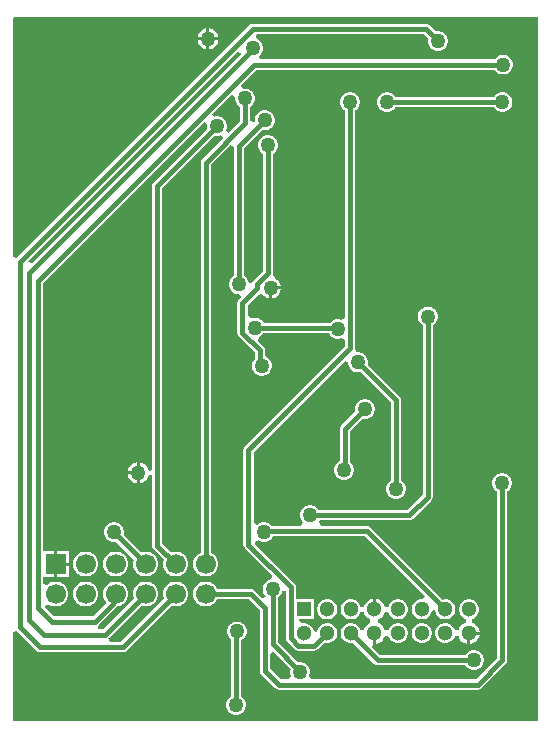
<source format=gbr>
G04*
G04 #@! TF.GenerationSoftware,Altium Limited,Altium Designer,25.4.2 (15)*
G04*
G04 Layer_Physical_Order=2*
G04 Layer_Color=16711680*
%FSLAX44Y44*%
%MOMM*%
G71*
G04*
G04 #@! TF.SameCoordinates,7F9F24B7-B9C1-45AF-9387-6EDD806BED2B*
G04*
G04*
G04 #@! TF.FilePolarity,Positive*
G04*
G01*
G75*
%ADD42C,0.4500*%
%ADD43C,1.3000*%
%ADD44R,1.3000X1.3000*%
%ADD45R,1.7000X1.7000*%
%ADD46C,1.7000*%
%ADD47C,1.2700*%
G36*
X521000Y56000D02*
X77000D01*
Y131745D01*
X79940Y132662D01*
X80000Y132662D01*
X96776Y115886D01*
X98182Y114947D01*
X99840Y114617D01*
X169750D01*
X171408Y114947D01*
X172814Y115886D01*
X210890Y153962D01*
X213248Y153330D01*
X216012D01*
X218683Y154046D01*
X221077Y155428D01*
X223032Y157383D01*
X224414Y159777D01*
X225130Y162448D01*
Y165212D01*
X224414Y167883D01*
X223032Y170277D01*
X221077Y172232D01*
X218683Y173614D01*
X216012Y174330D01*
X213248D01*
X210577Y173614D01*
X208183Y172232D01*
X206228Y170277D01*
X204846Y167883D01*
X204130Y165212D01*
Y162448D01*
X204762Y160090D01*
X167955Y123283D01*
X158631D01*
X157721Y126283D01*
X157994Y126466D01*
X185490Y153962D01*
X187848Y153330D01*
X190612D01*
X193283Y154046D01*
X195677Y155428D01*
X197632Y157383D01*
X199014Y159777D01*
X199730Y162448D01*
Y165212D01*
X199014Y167883D01*
X197632Y170277D01*
X195677Y172232D01*
X193283Y173614D01*
X190612Y174330D01*
X187848D01*
X185177Y173614D01*
X182783Y172232D01*
X180828Y170277D01*
X179446Y167883D01*
X178730Y165212D01*
Y162448D01*
X179362Y160090D01*
X153135Y133863D01*
X149156D01*
X149141Y133900D01*
X148657Y136863D01*
X149484Y137416D01*
X164502Y152434D01*
X165101Y153330D01*
X165212D01*
X167883Y154046D01*
X170277Y155428D01*
X172232Y157383D01*
X173614Y159777D01*
X174330Y162448D01*
Y165212D01*
X173614Y167883D01*
X172232Y170277D01*
X170277Y172232D01*
X167883Y173614D01*
X165212Y174330D01*
X162448D01*
X159777Y173614D01*
X157383Y172232D01*
X155428Y170277D01*
X154046Y167883D01*
X153330Y165212D01*
Y162448D01*
X154046Y159777D01*
X155428Y157383D01*
X156311Y156500D01*
X144625Y144813D01*
X111835D01*
X103910Y152738D01*
X104104Y153664D01*
X104865Y154205D01*
X107437Y154935D01*
X108977Y154045D01*
X111648Y153330D01*
X114412D01*
X117083Y154045D01*
X119477Y155428D01*
X121432Y157383D01*
X122814Y159777D01*
X123530Y162448D01*
Y165212D01*
X122814Y167883D01*
X121432Y170277D01*
X119477Y172232D01*
X117083Y173614D01*
X114412Y174330D01*
X111648D01*
X108977Y173614D01*
X106583Y172232D01*
X105453Y171102D01*
X102453Y172269D01*
Y178190D01*
X111760D01*
Y189230D01*
Y200270D01*
X102453D01*
Y427475D01*
X238709Y563731D01*
X241399Y562178D01*
X241080Y560989D01*
Y558791D01*
X241317Y557905D01*
X195936Y512524D01*
X194997Y511118D01*
X194667Y509460D01*
Y268435D01*
X191667Y268040D01*
X191178Y269864D01*
X190008Y271891D01*
X188353Y273546D01*
X186325Y274716D01*
X184164Y275296D01*
Y266432D01*
Y257569D01*
X186325Y258148D01*
X188353Y259319D01*
X190008Y260974D01*
X191178Y263001D01*
X191667Y264824D01*
X194667Y264429D01*
Y204860D01*
X194997Y203202D01*
X195936Y201796D01*
X204762Y192970D01*
X204130Y190612D01*
Y187848D01*
X204846Y185177D01*
X206228Y182783D01*
X208183Y180828D01*
X210577Y179445D01*
X213248Y178730D01*
X216012D01*
X218683Y179445D01*
X221077Y180828D01*
X223032Y182783D01*
X224414Y185177D01*
X225130Y187848D01*
Y190612D01*
X224414Y193283D01*
X223032Y195677D01*
X221077Y197632D01*
X218683Y199014D01*
X216012Y199730D01*
X213248D01*
X210890Y199098D01*
X203333Y206655D01*
Y507665D01*
X247445Y551777D01*
X248331Y551540D01*
X250529D01*
X252653Y552109D01*
X252902Y552253D01*
X254744Y549852D01*
X236966Y532074D01*
X236027Y530668D01*
X235697Y529010D01*
Y198853D01*
X233583Y197632D01*
X231628Y195677D01*
X230246Y193283D01*
X229530Y190612D01*
Y187848D01*
X230246Y185177D01*
X231628Y182783D01*
X233583Y180828D01*
X235977Y179446D01*
X238648Y178730D01*
X241412D01*
X244083Y179446D01*
X246477Y180828D01*
X248432Y182783D01*
X249814Y185177D01*
X250530Y187848D01*
Y190612D01*
X249814Y193283D01*
X248432Y195677D01*
X246477Y197632D01*
X244363Y198853D01*
Y527215D01*
X260749Y543601D01*
X262192Y543250D01*
X263667Y542276D01*
Y433140D01*
X262873Y432682D01*
X261318Y431127D01*
X260219Y429223D01*
X259650Y427099D01*
Y424901D01*
X260219Y422777D01*
X261318Y420873D01*
X262873Y419318D01*
X264777Y418219D01*
X266901Y417650D01*
X268270D01*
X269519Y415447D01*
X269645Y414783D01*
X268086Y413223D01*
X267147Y411818D01*
X266817Y410159D01*
Y385069D01*
X267147Y383411D01*
X268086Y382005D01*
X281616Y368475D01*
Y363145D01*
X280768Y362297D01*
X279669Y360393D01*
X279100Y358269D01*
Y356071D01*
X279669Y353947D01*
X280768Y352043D01*
X282323Y350488D01*
X284227Y349389D01*
X286351Y348820D01*
X288549D01*
X290673Y349389D01*
X292577Y350488D01*
X294132Y352043D01*
X295231Y353947D01*
X295800Y356071D01*
Y358269D01*
X295231Y360393D01*
X294132Y362297D01*
X292577Y363852D01*
X290673Y364951D01*
X290283Y365056D01*
Y370270D01*
X289953Y371928D01*
X289014Y373334D01*
X284028Y378320D01*
X284924Y381666D01*
X284973Y381679D01*
X286877Y382778D01*
X288432Y384333D01*
X288567Y384567D01*
X344237D01*
X345018Y383213D01*
X346573Y381658D01*
X348477Y380559D01*
X350601Y379990D01*
X352799D01*
X354923Y380559D01*
X354967Y380584D01*
X357967Y378852D01*
Y373882D01*
X273146Y289061D01*
X272207Y287655D01*
X271877Y285997D01*
Y205759D01*
X272207Y204101D01*
X273146Y202695D01*
X296231Y179610D01*
X295868Y177935D01*
X295114Y176485D01*
X293457Y176041D01*
X291553Y174942D01*
X289998Y173387D01*
X288899Y171483D01*
X288330Y169359D01*
Y167161D01*
X288899Y165037D01*
X289998Y163133D01*
X290882Y162249D01*
X290839Y161440D01*
X287801Y160275D01*
X287751Y160285D01*
X281142Y166894D01*
X279736Y167833D01*
X278078Y168163D01*
X249653D01*
X248432Y170277D01*
X246477Y172232D01*
X244083Y173614D01*
X241412Y174330D01*
X238648D01*
X235977Y173614D01*
X233583Y172232D01*
X231628Y170277D01*
X230246Y167883D01*
X229530Y165212D01*
Y162448D01*
X230246Y159777D01*
X231628Y157383D01*
X233583Y155428D01*
X235977Y154046D01*
X238648Y153330D01*
X241412D01*
X244083Y154046D01*
X246477Y155428D01*
X248432Y157383D01*
X249653Y159497D01*
X276283D01*
X285847Y149933D01*
Y98710D01*
X286177Y97052D01*
X287116Y95646D01*
X298656Y84106D01*
X300062Y83167D01*
X301720Y82837D01*
X470350D01*
X472008Y83167D01*
X473414Y84106D01*
X494004Y104696D01*
X494943Y106102D01*
X495273Y107760D01*
Y250660D01*
X496067Y251118D01*
X497622Y252673D01*
X498721Y254577D01*
X499290Y256701D01*
Y258899D01*
X498721Y261023D01*
X497622Y262927D01*
X496067Y264482D01*
X494163Y265581D01*
X492039Y266150D01*
X489841D01*
X487717Y265581D01*
X485813Y264482D01*
X484258Y262927D01*
X483159Y261023D01*
X482590Y258899D01*
Y256701D01*
X483159Y254577D01*
X484258Y252673D01*
X485813Y251118D01*
X486607Y250660D01*
Y109555D01*
X468555Y91503D01*
X329355D01*
X327623Y94503D01*
X327781Y94777D01*
X328350Y96901D01*
Y99099D01*
X327781Y101223D01*
X326682Y103127D01*
X325127Y104682D01*
X323223Y105781D01*
X321099Y106350D01*
X318901D01*
X318015Y106113D01*
X301013Y123115D01*
Y161120D01*
X301807Y161578D01*
X303362Y163133D01*
X304461Y165037D01*
X304827Y166402D01*
X307827Y166007D01*
Y126357D01*
X308157Y124699D01*
X309096Y123293D01*
X315393Y116996D01*
X316799Y116057D01*
X318457Y115727D01*
X332160D01*
X333818Y116057D01*
X335224Y116996D01*
X340803Y122575D01*
X341791Y122310D01*
X344029D01*
X346191Y122889D01*
X348129Y124008D01*
X349712Y125591D01*
X350831Y127529D01*
X351410Y129691D01*
Y131929D01*
X350831Y134091D01*
X349712Y136029D01*
X348129Y137612D01*
X346191Y138731D01*
X344029Y139310D01*
X341791D01*
X339629Y138731D01*
X337691Y137612D01*
X336108Y136029D01*
X334989Y134091D01*
X334410Y131929D01*
Y131407D01*
X334410Y131407D01*
X333567Y131554D01*
X331131Y132972D01*
X330831Y134091D01*
X329712Y136029D01*
X328129Y137612D01*
X326191Y138731D01*
X324029Y139310D01*
X321791D01*
X321434Y139214D01*
X318985Y141664D01*
X319158Y142310D01*
X331410D01*
Y159310D01*
X316493D01*
Y169809D01*
X316163Y171468D01*
X315224Y172873D01*
X281634Y206464D01*
X281848Y207931D01*
X282416Y208426D01*
X285087Y209346D01*
X286017Y208809D01*
X288141Y208240D01*
X290339D01*
X292463Y208809D01*
X294367Y209908D01*
X295922Y211463D01*
X296888Y213137D01*
X374455D01*
X425596Y161996D01*
X424043Y159306D01*
X424029Y159310D01*
X421791D01*
X419629Y158731D01*
X417691Y157612D01*
X416108Y156029D01*
X414989Y154091D01*
X414410Y151929D01*
Y149691D01*
X414989Y147529D01*
X416108Y145591D01*
X417691Y144008D01*
X419629Y142889D01*
X421791Y142310D01*
X424029D01*
X426191Y142889D01*
X428129Y144008D01*
X429712Y145591D01*
X430831Y147529D01*
X431131Y148648D01*
X433567Y150066D01*
X434410Y150213D01*
X434410Y150213D01*
Y149691D01*
X434989Y147529D01*
X436108Y145591D01*
X437691Y144008D01*
X439629Y142889D01*
X441791Y142310D01*
X444029D01*
X446191Y142889D01*
X448129Y144008D01*
X449712Y145591D01*
X450831Y147529D01*
X451410Y149691D01*
Y151929D01*
X450831Y154091D01*
X449712Y156029D01*
X448129Y157612D01*
X446191Y158731D01*
X444029Y159310D01*
X441791D01*
X440803Y159045D01*
X379314Y220534D01*
X377908Y221473D01*
X376250Y221803D01*
X337634D01*
X336063Y224803D01*
X337028Y226197D01*
X412530D01*
X414188Y226527D01*
X415594Y227466D01*
X431054Y242926D01*
X431993Y244332D01*
X432323Y245990D01*
Y391640D01*
X433117Y392098D01*
X434672Y393653D01*
X435771Y395557D01*
X436340Y397681D01*
Y399879D01*
X435771Y402003D01*
X434672Y403907D01*
X433117Y405462D01*
X431213Y406561D01*
X429089Y407130D01*
X426891D01*
X424767Y406561D01*
X422863Y405462D01*
X421308Y403907D01*
X420209Y402003D01*
X419640Y399879D01*
Y397681D01*
X420209Y395557D01*
X421308Y393653D01*
X422863Y392098D01*
X423657Y391640D01*
Y247785D01*
X410735Y234863D01*
X335560D01*
X335102Y235657D01*
X333547Y237212D01*
X331643Y238311D01*
X329519Y238880D01*
X327321D01*
X325197Y238311D01*
X323293Y237212D01*
X321738Y235657D01*
X320639Y233753D01*
X320070Y231629D01*
Y229431D01*
X320639Y227307D01*
X321738Y225403D01*
X322338Y224803D01*
X321095Y221803D01*
X295835D01*
X294367Y223272D01*
X292463Y224371D01*
X290339Y224940D01*
X288141D01*
X286017Y224371D01*
X284113Y223272D01*
X283543Y222702D01*
X280543Y223944D01*
Y284202D01*
X357798Y361456D01*
X360650Y360066D01*
Y358901D01*
X361219Y356777D01*
X362318Y354873D01*
X363873Y353318D01*
X365777Y352219D01*
X367901Y351650D01*
X370099D01*
X370985Y351887D01*
X396667Y326205D01*
Y260140D01*
X395873Y259682D01*
X394318Y258127D01*
X393219Y256223D01*
X392650Y254099D01*
Y251901D01*
X393219Y249777D01*
X394318Y247873D01*
X395873Y246318D01*
X397777Y245219D01*
X399901Y244650D01*
X402099D01*
X404223Y245219D01*
X406127Y246318D01*
X407682Y247873D01*
X408781Y249777D01*
X409350Y251901D01*
Y254099D01*
X408781Y256223D01*
X407682Y258127D01*
X406127Y259682D01*
X405333Y260140D01*
Y328000D01*
X405003Y329658D01*
X404064Y331064D01*
X377113Y358015D01*
X377350Y358901D01*
Y361099D01*
X376781Y363223D01*
X375682Y365127D01*
X374127Y366682D01*
X372223Y367781D01*
X370099Y368350D01*
X368523D01*
X367429Y369374D01*
X367167Y369702D01*
X366429Y371062D01*
X366633Y372087D01*
Y573240D01*
X367427Y573698D01*
X368982Y575253D01*
X370081Y577157D01*
X370650Y579281D01*
Y581479D01*
X370081Y583603D01*
X368982Y585507D01*
X367427Y587062D01*
X365523Y588161D01*
X363399Y588730D01*
X361201D01*
X359077Y588161D01*
X357173Y587062D01*
X355618Y585507D01*
X354519Y583603D01*
X353950Y581479D01*
Y579281D01*
X354519Y577157D01*
X355618Y575253D01*
X357173Y573698D01*
X357967Y573240D01*
Y397828D01*
X354967Y396096D01*
X354923Y396121D01*
X352799Y396690D01*
X350601D01*
X348477Y396121D01*
X346573Y395022D01*
X345018Y393467D01*
X344883Y393233D01*
X289213D01*
X288432Y394587D01*
X286877Y396142D01*
X284973Y397241D01*
X282849Y397810D01*
X280651D01*
X278527Y397241D01*
X278483Y397216D01*
X275483Y398948D01*
Y408364D01*
X284509Y417391D01*
X287886Y417541D01*
X288194Y417234D01*
X289541Y415886D01*
X291569Y414716D01*
X293730Y414137D01*
Y423000D01*
X295000D01*
Y424270D01*
X303863D01*
X303284Y426431D01*
X302114Y428459D01*
X300459Y430114D01*
X298444Y431277D01*
X298431Y431284D01*
X296623Y433952D01*
X296953Y435611D01*
Y536680D01*
X297747Y537138D01*
X299302Y538693D01*
X300401Y540597D01*
X300970Y542721D01*
Y544920D01*
X300401Y547043D01*
X299302Y548947D01*
X297747Y550502D01*
X295843Y551601D01*
X293719Y552170D01*
X291521D01*
X289397Y551601D01*
X287493Y550502D01*
X285938Y548947D01*
X284839Y547043D01*
X284270Y544920D01*
Y542721D01*
X284839Y540597D01*
X285938Y538693D01*
X287493Y537138D01*
X288287Y536680D01*
Y437406D01*
X280536Y429655D01*
X279597Y428249D01*
X279350Y427009D01*
X276350Y427099D01*
X275781Y429223D01*
X274682Y431127D01*
X273127Y432682D01*
X272333Y433140D01*
Y541095D01*
X288005Y556767D01*
X288891Y556530D01*
X291089D01*
X293213Y557099D01*
X295117Y558198D01*
X296672Y559753D01*
X297771Y561657D01*
X298340Y563781D01*
Y565979D01*
X297771Y568103D01*
X296672Y570007D01*
X295117Y571562D01*
X293213Y572661D01*
X291089Y573230D01*
X288891D01*
X286767Y572661D01*
X284863Y571562D01*
X283308Y570007D01*
X282209Y568103D01*
X281640Y565979D01*
Y564327D01*
X280703Y563325D01*
X278157Y564125D01*
X278106Y564165D01*
X277703Y564657D01*
Y576300D01*
X278497Y576758D01*
X280052Y578313D01*
X281151Y580217D01*
X281720Y582341D01*
Y584539D01*
X281151Y586663D01*
X280052Y588567D01*
X278497Y590122D01*
X276593Y591221D01*
X274469Y591790D01*
X272271D01*
X269897Y594260D01*
X269803Y594825D01*
X282734Y607756D01*
X484598D01*
X485056Y606962D01*
X486611Y605407D01*
X488515Y604308D01*
X490639Y603739D01*
X492837D01*
X494961Y604308D01*
X496865Y605407D01*
X498419Y606962D01*
X499519Y608866D01*
X500088Y610990D01*
Y613188D01*
X499519Y615312D01*
X498419Y617216D01*
X496865Y618771D01*
X494961Y619870D01*
X492837Y620439D01*
X490639D01*
X488515Y619870D01*
X486611Y618771D01*
X485056Y617216D01*
X484598Y616422D01*
X286434D01*
X285568Y618514D01*
X285481Y619422D01*
X286832Y620773D01*
X287931Y622677D01*
X288500Y624801D01*
Y626999D01*
X287931Y629123D01*
X286832Y631027D01*
X285277Y632582D01*
X284012Y633312D01*
X283048Y635628D01*
X282841Y636873D01*
X283316Y637651D01*
X283909Y638007D01*
X424605D01*
X428557Y634055D01*
X428320Y633169D01*
Y630971D01*
X428889Y628847D01*
X429988Y626943D01*
X431543Y625388D01*
X433447Y624289D01*
X435571Y623720D01*
X437769D01*
X439893Y624289D01*
X441797Y625388D01*
X443352Y626943D01*
X444451Y628847D01*
X445020Y630971D01*
Y633169D01*
X444451Y635293D01*
X443352Y637197D01*
X441797Y638752D01*
X439893Y639851D01*
X437769Y640420D01*
X435571D01*
X434685Y640183D01*
X429464Y645404D01*
X428058Y646343D01*
X426400Y646673D01*
X280180D01*
X278522Y646343D01*
X277116Y645404D01*
X80000Y448288D01*
X79940Y448288D01*
X77000Y449205D01*
Y651000D01*
X78000Y652000D01*
X521000D01*
Y56000D01*
D02*
G37*
G36*
X262550Y586913D02*
X265020Y584539D01*
Y582341D01*
X265589Y580217D01*
X266688Y578313D01*
X268243Y576758D01*
X269037Y576300D01*
Y564145D01*
X259468Y554576D01*
X257067Y556418D01*
X257211Y556667D01*
X257780Y558791D01*
Y560989D01*
X257211Y563113D01*
X256112Y565017D01*
X254557Y566572D01*
X252653Y567671D01*
X250529Y568240D01*
X248331D01*
X247142Y567921D01*
X245589Y570611D01*
X261985Y587007D01*
X262550Y586913D01*
D02*
G37*
G36*
X269948Y621737D02*
X269975Y621453D01*
X92766Y444244D01*
X89511Y445232D01*
X89459Y445491D01*
X266823Y622855D01*
X266830Y622858D01*
X269948Y621737D01*
D02*
G37*
G36*
X311887Y99985D02*
X311650Y99099D01*
Y96901D01*
X312219Y94777D01*
X312377Y94503D01*
X310645Y91503D01*
X303515D01*
X294513Y100505D01*
Y113439D01*
X297285Y114587D01*
X311887Y99985D01*
D02*
G37*
%LPC*%
G36*
X243270Y642863D02*
Y635270D01*
X250863D01*
X250284Y637431D01*
X249114Y639459D01*
X247459Y641114D01*
X245431Y642284D01*
X243270Y642863D01*
D02*
G37*
G36*
X240730D02*
X238569Y642284D01*
X236541Y641114D01*
X234886Y639459D01*
X233716Y637431D01*
X233137Y635270D01*
X240730D01*
Y642863D01*
D02*
G37*
G36*
X250863Y632730D02*
X243270D01*
Y625137D01*
X245431Y625716D01*
X247459Y626886D01*
X249114Y628541D01*
X250284Y630569D01*
X250863Y632730D01*
D02*
G37*
G36*
X240730D02*
X233137D01*
X233716Y630569D01*
X234886Y628541D01*
X236541Y626886D01*
X238569Y625716D01*
X240730Y625137D01*
Y632730D01*
D02*
G37*
G36*
X394489Y588920D02*
X392291D01*
X390167Y588351D01*
X388263Y587252D01*
X386708Y585697D01*
X385609Y583793D01*
X385040Y581669D01*
Y579471D01*
X385609Y577347D01*
X386708Y575443D01*
X388263Y573888D01*
X390167Y572789D01*
X392291Y572220D01*
X394489D01*
X396613Y572789D01*
X398517Y573888D01*
X400072Y575443D01*
X400461Y576117D01*
X484051D01*
X484578Y575203D01*
X486133Y573648D01*
X488037Y572549D01*
X490161Y571980D01*
X492359D01*
X494483Y572549D01*
X496387Y573648D01*
X497942Y575203D01*
X499041Y577107D01*
X499610Y579231D01*
Y581429D01*
X499041Y583553D01*
X497942Y585457D01*
X496387Y587012D01*
X494483Y588111D01*
X492359Y588680D01*
X490161D01*
X488037Y588111D01*
X486133Y587012D01*
X484578Y585457D01*
X484189Y584783D01*
X400599D01*
X400072Y585697D01*
X398517Y587252D01*
X396613Y588351D01*
X394489Y588920D01*
D02*
G37*
G36*
X303863Y421730D02*
X296270D01*
Y414137D01*
X298431Y414716D01*
X300459Y415886D01*
X302114Y417541D01*
X303284Y419569D01*
X303863Y421730D01*
D02*
G37*
G36*
X376069Y328860D02*
X373871D01*
X371747Y328291D01*
X369843Y327192D01*
X368288Y325637D01*
X367189Y323733D01*
X366620Y321609D01*
Y319411D01*
X366857Y318525D01*
X354836Y306504D01*
X353897Y305098D01*
X353567Y303440D01*
Y276149D01*
X352273Y275402D01*
X350718Y273847D01*
X349619Y271943D01*
X349050Y269819D01*
Y267621D01*
X349619Y265497D01*
X350718Y263593D01*
X352273Y262038D01*
X354177Y260939D01*
X356301Y260370D01*
X358499D01*
X360623Y260939D01*
X362527Y262038D01*
X364082Y263593D01*
X365181Y265497D01*
X365750Y267621D01*
Y269819D01*
X365181Y271943D01*
X364082Y273847D01*
X362527Y275402D01*
X362233Y275571D01*
Y301645D01*
X372985Y312397D01*
X373871Y312160D01*
X376069D01*
X378193Y312729D01*
X380097Y313828D01*
X381652Y315383D01*
X382751Y317287D01*
X383320Y319411D01*
Y321609D01*
X382751Y323733D01*
X381652Y325637D01*
X380097Y327192D01*
X378193Y328291D01*
X376069Y328860D01*
D02*
G37*
G36*
X181624Y275296D02*
X179463Y274716D01*
X177435Y273546D01*
X175780Y271891D01*
X174610Y269864D01*
X174031Y267702D01*
X181624D01*
Y275296D01*
D02*
G37*
G36*
Y265162D02*
X174031D01*
X174610Y263001D01*
X175780Y260974D01*
X177435Y259319D01*
X179463Y258148D01*
X181624Y257569D01*
Y265162D01*
D02*
G37*
G36*
X124070Y200270D02*
X114300D01*
Y190500D01*
X124070D01*
Y200270D01*
D02*
G37*
G36*
X139812Y199730D02*
X137048D01*
X134377Y199014D01*
X131983Y197632D01*
X130028Y195677D01*
X128646Y193283D01*
X127930Y190612D01*
Y187848D01*
X128646Y185177D01*
X130028Y182783D01*
X131983Y180828D01*
X134377Y179446D01*
X137048Y178730D01*
X139812D01*
X142483Y179446D01*
X144877Y180828D01*
X146832Y182783D01*
X148215Y185177D01*
X148930Y187848D01*
Y190612D01*
X148215Y193283D01*
X146832Y195677D01*
X144877Y197632D01*
X142483Y199014D01*
X139812Y199730D01*
D02*
G37*
G36*
X165212Y199730D02*
X162448D01*
X159777Y199014D01*
X157383Y197632D01*
X155428Y195677D01*
X154046Y193283D01*
X153330Y190612D01*
Y187848D01*
X154046Y185177D01*
X155428Y182783D01*
X157383Y180828D01*
X159777Y179446D01*
X162448Y178730D01*
X165212D01*
X167883Y179446D01*
X170277Y180828D01*
X172232Y182783D01*
X173615Y185177D01*
X174330Y187848D01*
Y190612D01*
X173615Y193283D01*
X172232Y195677D01*
X170277Y197632D01*
X167883Y199014D01*
X165212Y199730D01*
D02*
G37*
G36*
X163419Y224490D02*
X161221D01*
X159097Y223921D01*
X157193Y222822D01*
X155638Y221267D01*
X154539Y219363D01*
X153970Y217239D01*
Y215041D01*
X154539Y212917D01*
X155638Y211013D01*
X157193Y209458D01*
X159097Y208359D01*
X161221Y207790D01*
X163419D01*
X164305Y208027D01*
X179362Y192970D01*
X178730Y190612D01*
Y187848D01*
X179446Y185177D01*
X180828Y182783D01*
X182783Y180828D01*
X185177Y179445D01*
X187848Y178730D01*
X190612D01*
X193283Y179445D01*
X195677Y180828D01*
X197632Y182783D01*
X199014Y185177D01*
X199730Y187848D01*
Y190612D01*
X199014Y193283D01*
X197632Y195677D01*
X195677Y197632D01*
X193283Y199014D01*
X190612Y199730D01*
X187848D01*
X185490Y199098D01*
X170433Y214155D01*
X170670Y215041D01*
Y217239D01*
X170101Y219363D01*
X169002Y221267D01*
X167447Y222822D01*
X165543Y223921D01*
X163419Y224490D01*
D02*
G37*
G36*
X124070Y187960D02*
X114300D01*
Y178190D01*
X124070D01*
Y187960D01*
D02*
G37*
G36*
X139812Y174330D02*
X137048D01*
X134377Y173614D01*
X131983Y172232D01*
X130028Y170277D01*
X128646Y167883D01*
X127930Y165212D01*
Y162448D01*
X128646Y159777D01*
X130028Y157383D01*
X131983Y155428D01*
X134377Y154046D01*
X137048Y153330D01*
X139812D01*
X142483Y154046D01*
X144877Y155428D01*
X146832Y157383D01*
X148214Y159777D01*
X148930Y162448D01*
Y165212D01*
X148214Y167883D01*
X146832Y170277D01*
X144877Y172232D01*
X142483Y173614D01*
X139812Y174330D01*
D02*
G37*
G36*
X384180Y159829D02*
Y150810D01*
X381640D01*
Y159829D01*
X379421Y159234D01*
X377359Y158044D01*
X375676Y156361D01*
X374486Y154299D01*
X374183Y153170D01*
X371077D01*
X370831Y154091D01*
X369712Y156029D01*
X368129Y157612D01*
X366191Y158731D01*
X364029Y159310D01*
X361791D01*
X359629Y158731D01*
X357691Y157612D01*
X356108Y156029D01*
X354989Y154091D01*
X354410Y151929D01*
Y149691D01*
X354989Y147529D01*
X356108Y145591D01*
X357691Y144008D01*
X359629Y142889D01*
X361791Y142310D01*
X364029D01*
X366191Y142889D01*
X368129Y144008D01*
X369712Y145591D01*
X370831Y147529D01*
X371077Y148450D01*
X374183D01*
X374486Y147321D01*
X375676Y145259D01*
X377359Y143576D01*
X379421Y142386D01*
X379507Y142363D01*
Y139257D01*
X379421Y139234D01*
X377359Y138044D01*
X375676Y136361D01*
X374486Y134299D01*
X374183Y133170D01*
X371077D01*
X370831Y134091D01*
X369712Y136029D01*
X368129Y137612D01*
X366191Y138731D01*
X364029Y139310D01*
X361791D01*
X359629Y138731D01*
X357691Y137612D01*
X356108Y136029D01*
X354989Y134091D01*
X354410Y131929D01*
Y129691D01*
X354989Y127529D01*
X356108Y125591D01*
X357691Y124008D01*
X359629Y122889D01*
X361791Y122310D01*
X364029D01*
X365017Y122575D01*
X382656Y104936D01*
X384062Y103997D01*
X385720Y103667D01*
X459860D01*
X460318Y102873D01*
X461873Y101318D01*
X463777Y100219D01*
X465901Y99650D01*
X468099D01*
X470223Y100219D01*
X472127Y101318D01*
X473682Y102873D01*
X474781Y104777D01*
X475350Y106901D01*
Y109099D01*
X474781Y111223D01*
X473682Y113127D01*
X472127Y114682D01*
X470223Y115781D01*
X468099Y116350D01*
X465901D01*
X463777Y115781D01*
X461873Y114682D01*
X460318Y113127D01*
X459860Y112333D01*
X387515D01*
X380972Y118876D01*
X381339Y120297D01*
X381640Y120748D01*
Y130810D01*
X384180D01*
Y121791D01*
X386399Y122386D01*
X388461Y123576D01*
X390144Y125259D01*
X391334Y127321D01*
X391637Y128450D01*
X394742D01*
X394989Y127529D01*
X396108Y125591D01*
X397691Y124008D01*
X399629Y122889D01*
X401791Y122310D01*
X404029D01*
X406191Y122889D01*
X408129Y124008D01*
X409712Y125591D01*
X410831Y127529D01*
X411410Y129691D01*
Y131929D01*
X410831Y134091D01*
X409712Y136029D01*
X408129Y137612D01*
X406191Y138731D01*
X404029Y139310D01*
X401791D01*
X399629Y138731D01*
X397691Y137612D01*
X396108Y136029D01*
X394989Y134091D01*
X394742Y133170D01*
X391637D01*
X391334Y134299D01*
X390144Y136361D01*
X388461Y138044D01*
X386399Y139234D01*
X386313Y139257D01*
Y142363D01*
X386399Y142386D01*
X388461Y143576D01*
X390144Y145259D01*
X391334Y147321D01*
X391637Y148450D01*
X394742D01*
X394989Y147529D01*
X396108Y145591D01*
X397691Y144008D01*
X399629Y142889D01*
X401791Y142310D01*
X404029D01*
X406191Y142889D01*
X408129Y144008D01*
X409712Y145591D01*
X410831Y147529D01*
X411410Y149691D01*
Y151929D01*
X410831Y154091D01*
X409712Y156029D01*
X408129Y157612D01*
X406191Y158731D01*
X404029Y159310D01*
X401791D01*
X399629Y158731D01*
X397691Y157612D01*
X396108Y156029D01*
X394989Y154091D01*
X394742Y153170D01*
X391637D01*
X391334Y154299D01*
X390144Y156361D01*
X388461Y158044D01*
X386399Y159234D01*
X384180Y159829D01*
D02*
G37*
G36*
X344029Y159310D02*
X341791D01*
X339629Y158731D01*
X337691Y157612D01*
X336108Y156029D01*
X334989Y154091D01*
X334410Y151929D01*
Y149691D01*
X334989Y147529D01*
X336108Y145591D01*
X337691Y144008D01*
X339629Y142889D01*
X341791Y142310D01*
X344029D01*
X346191Y142889D01*
X348129Y144008D01*
X349712Y145591D01*
X350831Y147529D01*
X351410Y149691D01*
Y151929D01*
X350831Y154091D01*
X349712Y156029D01*
X348129Y157612D01*
X346191Y158731D01*
X344029Y159310D01*
D02*
G37*
G36*
X464029D02*
X461791D01*
X459629Y158731D01*
X457691Y157612D01*
X456108Y156029D01*
X454989Y154091D01*
X454410Y151929D01*
Y149691D01*
X454989Y147529D01*
X456108Y145591D01*
X457691Y144008D01*
X459629Y142889D01*
X460550Y142642D01*
Y139537D01*
X459421Y139234D01*
X457359Y138044D01*
X455676Y136361D01*
X454486Y134299D01*
X454183Y133170D01*
X451078D01*
X450831Y134091D01*
X449712Y136029D01*
X448129Y137612D01*
X446191Y138731D01*
X444029Y139310D01*
X441791D01*
X439629Y138731D01*
X437691Y137612D01*
X436108Y136029D01*
X434989Y134091D01*
X434410Y131929D01*
Y129691D01*
X434989Y127529D01*
X436108Y125591D01*
X437691Y124008D01*
X439629Y122889D01*
X441791Y122310D01*
X444029D01*
X446191Y122889D01*
X448129Y124008D01*
X449712Y125591D01*
X450831Y127529D01*
X451078Y128450D01*
X454183D01*
X454486Y127321D01*
X455676Y125259D01*
X457359Y123576D01*
X459421Y122386D01*
X461640Y121791D01*
Y130810D01*
X462910D01*
Y132080D01*
X471929D01*
X471334Y134299D01*
X470144Y136361D01*
X468461Y138044D01*
X466399Y139234D01*
X465270Y139537D01*
Y142642D01*
X466191Y142889D01*
X468129Y144008D01*
X469712Y145591D01*
X470831Y147529D01*
X471410Y149691D01*
Y151929D01*
X470831Y154091D01*
X469712Y156029D01*
X468129Y157612D01*
X466191Y158731D01*
X464029Y159310D01*
D02*
G37*
G36*
X424029Y139310D02*
X421791D01*
X419629Y138731D01*
X417691Y137612D01*
X416108Y136029D01*
X414989Y134091D01*
X414410Y131929D01*
Y129691D01*
X414989Y127529D01*
X416108Y125591D01*
X417691Y124008D01*
X419629Y122889D01*
X421791Y122310D01*
X424029D01*
X426191Y122889D01*
X428129Y124008D01*
X429712Y125591D01*
X430831Y127529D01*
X431410Y129691D01*
Y131929D01*
X430831Y134091D01*
X429712Y136029D01*
X428129Y137612D01*
X426191Y138731D01*
X424029Y139310D01*
D02*
G37*
G36*
X471929Y129540D02*
X464180D01*
Y121791D01*
X466399Y122386D01*
X468461Y123576D01*
X470144Y125259D01*
X471334Y127321D01*
X471929Y129540D01*
D02*
G37*
G36*
X267419Y140530D02*
X265221D01*
X263097Y139961D01*
X261193Y138862D01*
X259638Y137307D01*
X258539Y135403D01*
X257970Y133279D01*
Y131081D01*
X258539Y128957D01*
X259638Y127053D01*
X261193Y125498D01*
X261647Y125236D01*
Y77396D01*
X260513Y76742D01*
X258958Y75187D01*
X257859Y73283D01*
X257290Y71159D01*
Y68961D01*
X257859Y66837D01*
X258958Y64933D01*
X260513Y63378D01*
X262417Y62279D01*
X264541Y61710D01*
X266739D01*
X268863Y62279D01*
X270767Y63378D01*
X272322Y64933D01*
X273421Y66837D01*
X273990Y68961D01*
Y71159D01*
X273421Y73283D01*
X272322Y75187D01*
X270767Y76742D01*
X270313Y77004D01*
Y124844D01*
X271447Y125498D01*
X273002Y127053D01*
X274101Y128957D01*
X274670Y131081D01*
Y133279D01*
X274101Y135403D01*
X273002Y137307D01*
X271447Y138862D01*
X269543Y139961D01*
X267419Y140530D01*
D02*
G37*
%LPD*%
D42*
X268000Y426000D02*
Y542890D01*
X289990Y564880D01*
X271150Y410159D02*
X283600Y422609D01*
X271150Y385069D02*
Y410159D01*
X283600Y422609D02*
Y426591D01*
X292620Y435611D01*
Y543820D01*
X199000Y509460D02*
X249430Y559890D01*
X199000Y204860D02*
X214630Y189230D01*
X199000Y204860D02*
Y509460D01*
X385720Y108000D02*
X467000D01*
X362910Y130810D02*
X385720Y108000D01*
X296680Y121320D02*
Y168260D01*
Y121320D02*
X320000Y98000D01*
X369000Y360000D02*
X401000Y328000D01*
Y253000D02*
Y328000D01*
X412530Y230530D02*
X427990Y245990D01*
X328420Y230530D02*
X412530D01*
X357400Y268720D02*
X357900Y269220D01*
Y303440D01*
X362300Y372087D02*
Y580380D01*
X276210Y285997D02*
X362300Y372087D01*
X351140Y388900D02*
X351700Y388340D01*
X282310Y388900D02*
X351140D01*
X427990Y245990D02*
Y398780D01*
X276210Y205759D02*
X312160Y169809D01*
Y126357D02*
Y169809D01*
X301720Y87170D02*
X470350D01*
X290180Y98710D02*
X301720Y87170D01*
X290180Y98710D02*
Y151728D01*
X265640Y70060D02*
X265980Y70400D01*
Y131840D01*
X266320Y132180D01*
X312160Y126357D02*
X318457Y120060D01*
X276210Y205759D02*
Y285997D01*
X290120Y217470D02*
X376250D01*
X289240Y216590D02*
X290120Y217470D01*
X278078Y163830D02*
X290180Y151728D01*
X332160Y120060D02*
X342910Y130810D01*
X318457Y120060D02*
X332160D01*
X240030Y163830D02*
X278078D01*
X393510Y580450D02*
X491140D01*
X491260Y580330D01*
X98120Y429270D02*
X280939Y612089D01*
X491738D01*
X393390Y580570D02*
X393510Y580450D01*
X271150Y385069D02*
X285949Y370270D01*
Y358671D02*
Y370270D01*
Y358671D02*
X287450Y357170D01*
X281750Y389460D02*
X282310Y388900D01*
X357900Y303440D02*
X374970Y320510D01*
X162320Y216140D02*
X189230Y189230D01*
X376250Y217470D02*
X442910Y150810D01*
X98120Y152400D02*
Y429270D01*
X83050Y445210D02*
X280180Y642340D01*
X83050Y135740D02*
Y445210D01*
X280180Y642340D02*
X426400D01*
X90500Y435850D02*
X280150Y625500D01*
Y625900D01*
X110040Y140480D02*
X146420D01*
X161438Y155498D01*
X98120Y152400D02*
X110040Y140480D01*
X102750Y129530D02*
X154930D01*
X90500Y141780D02*
Y435850D01*
Y141780D02*
X102750Y129530D01*
X83050Y135740D02*
X99840Y118950D01*
X169750D01*
X154930Y129530D02*
X189230Y163830D01*
X169750Y118950D02*
X214630Y163830D01*
X273370Y562350D02*
Y583440D01*
X240030Y529010D02*
X273370Y562350D01*
X240030Y189230D02*
Y529010D01*
X470350Y87170D02*
X490940Y107760D01*
Y257800D01*
X426400Y642340D02*
X436670Y632070D01*
X161438Y155498D02*
Y161438D01*
X163830Y163830D01*
D43*
X462910Y130810D02*
D03*
X442910D02*
D03*
X422910D02*
D03*
X402910D02*
D03*
X382910D02*
D03*
X362910D02*
D03*
X342910Y130810D02*
D03*
X322910Y130810D02*
D03*
X462910Y150810D02*
D03*
X442910Y150810D02*
D03*
X422910Y150810D02*
D03*
X402910D02*
D03*
X382910D02*
D03*
X362910D02*
D03*
X342910D02*
D03*
D44*
X322910D02*
D03*
D45*
X113030Y189230D02*
D03*
D46*
X138430Y189230D02*
D03*
X163830Y189230D02*
D03*
X189230Y189230D02*
D03*
X214630D02*
D03*
X240030Y189230D02*
D03*
X113030Y163830D02*
D03*
X138430Y163830D02*
D03*
X163830Y163830D02*
D03*
X189230D02*
D03*
X214630Y163830D02*
D03*
X240030Y163830D02*
D03*
D47*
X351700Y388340D02*
D03*
X369000Y360000D02*
D03*
X328420Y230530D02*
D03*
X265640Y70060D02*
D03*
X266320Y132180D02*
D03*
X289240Y216590D02*
D03*
X296680Y168260D02*
D03*
X491260Y580330D02*
D03*
X362300Y580380D02*
D03*
X491738Y612089D02*
D03*
X393390Y580570D02*
D03*
X292620Y543820D02*
D03*
X287450Y357170D02*
D03*
X162320Y216140D02*
D03*
X280150Y625900D02*
D03*
X289990Y564880D02*
D03*
X249430Y559890D02*
D03*
X273370Y583440D02*
D03*
X436670Y632070D02*
D03*
X374970Y320510D02*
D03*
X281750Y389460D02*
D03*
X490940Y257800D02*
D03*
X427990Y398780D02*
D03*
X182894Y266432D02*
D03*
X268000Y426000D02*
D03*
X295000Y423000D02*
D03*
X242000Y634000D02*
D03*
X467000Y108000D02*
D03*
X320000Y98000D02*
D03*
X401000Y253000D02*
D03*
X357400Y268720D02*
D03*
M02*

</source>
